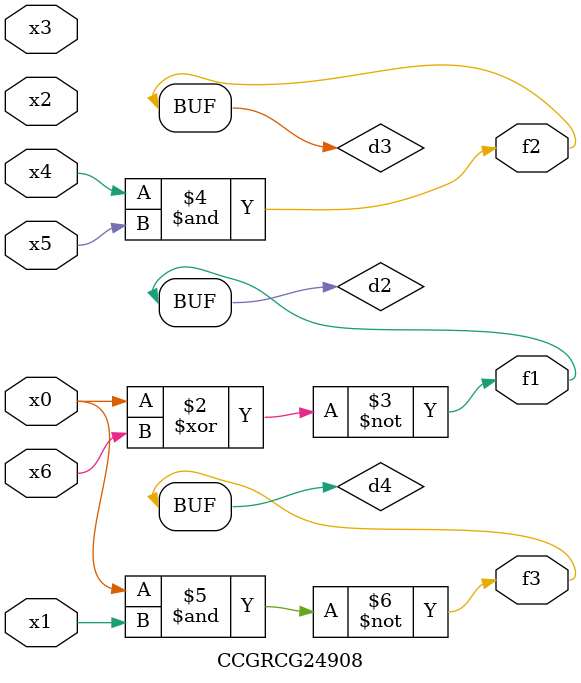
<source format=v>
module CCGRCG24908(
	input x0, x1, x2, x3, x4, x5, x6,
	output f1, f2, f3
);

	wire d1, d2, d3, d4;

	nor (d1, x0);
	xnor (d2, x0, x6);
	and (d3, x4, x5);
	nand (d4, x0, x1);
	assign f1 = d2;
	assign f2 = d3;
	assign f3 = d4;
endmodule

</source>
